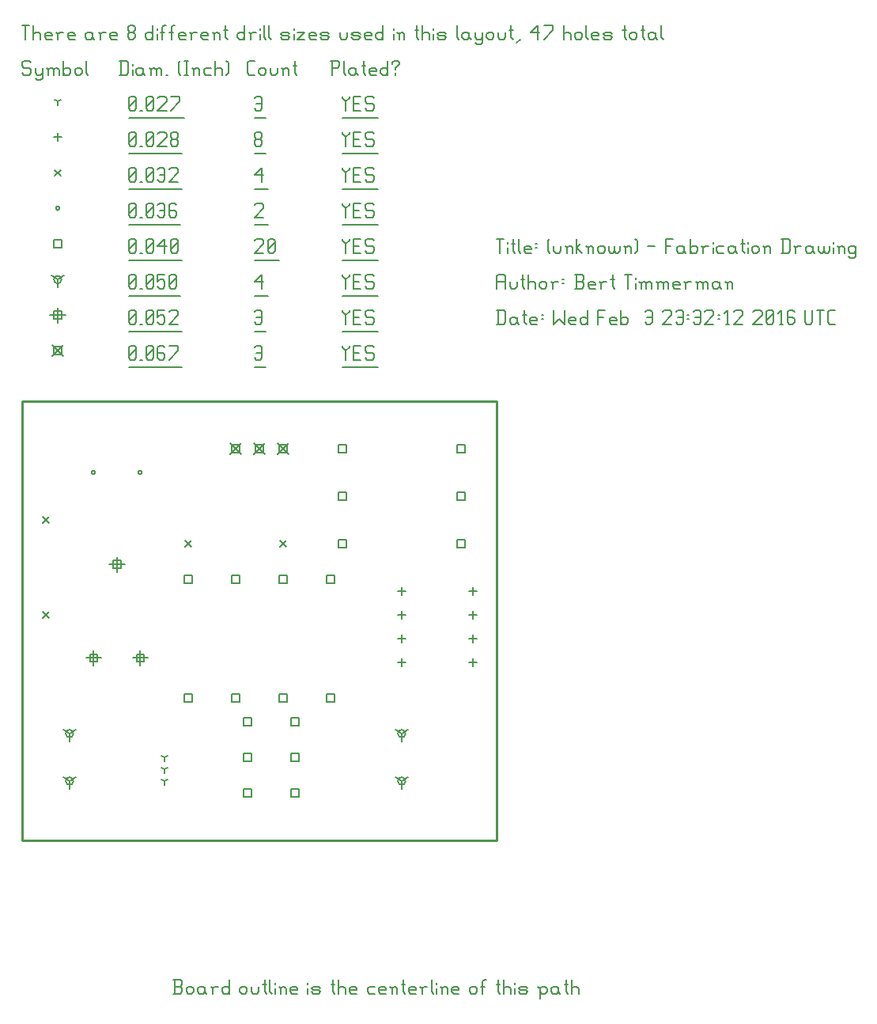
<source format=gbr>
G04 start of page 9 for group -3984 idx -3984 *
G04 Title: (unknown), fab *
G04 Creator: pcb 20100929 *
G04 CreationDate: Wed Feb  3 23:32:12 2016 UTC *
G04 For: bert *
G04 Format: Gerber/RS-274X *
G04 PCB-Dimensions: 300000 250000 *
G04 PCB-Coordinate-Origin: lower left *
%MOIN*%
%FSLAX25Y25*%
%LNFAB*%
%ADD26C,0.0100*%
%ADD33C,0.0080*%
%ADD34C,0.0060*%
G54D33*X87600Y222400D02*X92400Y217600D01*
X87600D02*X92400Y222400D01*
X88400Y221600D02*X91600D01*
X88400D02*Y218400D01*
X91600D01*
Y221600D02*Y218400D01*
X97600Y222400D02*X102400Y217600D01*
X97600D02*X102400Y222400D01*
X98400Y221600D02*X101600D01*
X98400D02*Y218400D01*
X101600D01*
Y221600D02*Y218400D01*
X107600Y222400D02*X112400Y217600D01*
X107600D02*X112400Y222400D01*
X108400Y221600D02*X111600D01*
X108400D02*Y218400D01*
X111600D01*
Y221600D02*Y218400D01*
X12600Y263650D02*X17400Y258850D01*
X12600D02*X17400Y263650D01*
X13400Y262850D02*X16600D01*
X13400D02*Y259650D01*
X16600D01*
Y262850D02*Y259650D01*
G54D34*X135000Y263500D02*Y262750D01*
X136500Y261250D01*
X138000Y262750D01*
Y263500D02*Y262750D01*
X136500Y261250D02*Y257500D01*
X139801Y260500D02*X142051D01*
X139801Y257500D02*X142801D01*
X139801Y263500D02*Y257500D01*
Y263500D02*X142801D01*
X147603D02*X148353Y262750D01*
X145353Y263500D02*X147603D01*
X144603Y262750D02*X145353Y263500D01*
X144603Y262750D02*Y261250D01*
X145353Y260500D01*
X147603D01*
X148353Y259750D01*
Y258250D01*
X147603Y257500D02*X148353Y258250D01*
X145353Y257500D02*X147603D01*
X144603Y258250D02*X145353Y257500D01*
X135000Y254249D02*X150154D01*
X98000Y262750D02*X98750Y263500D01*
X100250D01*
X101000Y262750D01*
Y258250D01*
X100250Y257500D02*X101000Y258250D01*
X98750Y257500D02*X100250D01*
X98000Y258250D02*X98750Y257500D01*
Y260500D02*X101000D01*
X98000Y254249D02*X102801D01*
X45000Y258250D02*X45750Y257500D01*
X45000Y262750D02*Y258250D01*
Y262750D02*X45750Y263500D01*
X47250D01*
X48000Y262750D01*
Y258250D01*
X47250Y257500D02*X48000Y258250D01*
X45750Y257500D02*X47250D01*
X45000Y259000D02*X48000Y262000D01*
X49801Y257500D02*X50551D01*
X52353Y258250D02*X53103Y257500D01*
X52353Y262750D02*Y258250D01*
Y262750D02*X53103Y263500D01*
X54603D01*
X55353Y262750D01*
Y258250D01*
X54603Y257500D02*X55353Y258250D01*
X53103Y257500D02*X54603D01*
X52353Y259000D02*X55353Y262000D01*
X59404Y263500D02*X60154Y262750D01*
X57904Y263500D02*X59404D01*
X57154Y262750D02*X57904Y263500D01*
X57154Y262750D02*Y258250D01*
X57904Y257500D01*
X59404Y260500D02*X60154Y259750D01*
X57154Y260500D02*X59404D01*
X57904Y257500D02*X59404D01*
X60154Y258250D01*
Y259750D02*Y258250D01*
X61956Y257500D02*X65706Y261250D01*
Y263500D02*Y261250D01*
X61956Y263500D02*X65706D01*
X45000Y254249D02*X67507D01*
X30158Y135090D02*Y128690D01*
X26958Y131890D02*X33358D01*
X28558Y133490D02*X31758D01*
X28558D02*Y130290D01*
X31758D01*
Y133490D02*Y130290D01*
X49843Y135090D02*Y128690D01*
X46643Y131890D02*X53043D01*
X48243Y133490D02*X51443D01*
X48243D02*Y130290D01*
X51443D01*
Y133490D02*Y130290D01*
X40000Y174460D02*Y168060D01*
X36800Y171260D02*X43200D01*
X38400Y172860D02*X41600D01*
X38400D02*Y169660D01*
X41600D01*
Y172860D02*Y169660D01*
X15000Y279450D02*Y273050D01*
X11800Y276250D02*X18200D01*
X13400Y277850D02*X16600D01*
X13400D02*Y274650D01*
X16600D01*
Y277850D02*Y274650D01*
X135000Y278500D02*Y277750D01*
X136500Y276250D01*
X138000Y277750D01*
Y278500D02*Y277750D01*
X136500Y276250D02*Y272500D01*
X139801Y275500D02*X142051D01*
X139801Y272500D02*X142801D01*
X139801Y278500D02*Y272500D01*
Y278500D02*X142801D01*
X147603D02*X148353Y277750D01*
X145353Y278500D02*X147603D01*
X144603Y277750D02*X145353Y278500D01*
X144603Y277750D02*Y276250D01*
X145353Y275500D01*
X147603D01*
X148353Y274750D01*
Y273250D01*
X147603Y272500D02*X148353Y273250D01*
X145353Y272500D02*X147603D01*
X144603Y273250D02*X145353Y272500D01*
X135000Y269249D02*X150154D01*
X98000Y277750D02*X98750Y278500D01*
X100250D01*
X101000Y277750D01*
Y273250D01*
X100250Y272500D02*X101000Y273250D01*
X98750Y272500D02*X100250D01*
X98000Y273250D02*X98750Y272500D01*
Y275500D02*X101000D01*
X98000Y269249D02*X102801D01*
X45000Y273250D02*X45750Y272500D01*
X45000Y277750D02*Y273250D01*
Y277750D02*X45750Y278500D01*
X47250D01*
X48000Y277750D01*
Y273250D01*
X47250Y272500D02*X48000Y273250D01*
X45750Y272500D02*X47250D01*
X45000Y274000D02*X48000Y277000D01*
X49801Y272500D02*X50551D01*
X52353Y273250D02*X53103Y272500D01*
X52353Y277750D02*Y273250D01*
Y277750D02*X53103Y278500D01*
X54603D01*
X55353Y277750D01*
Y273250D01*
X54603Y272500D02*X55353Y273250D01*
X53103Y272500D02*X54603D01*
X52353Y274000D02*X55353Y277000D01*
X57154Y278500D02*X60154D01*
X57154D02*Y275500D01*
X57904Y276250D01*
X59404D01*
X60154Y275500D01*
Y273250D01*
X59404Y272500D02*X60154Y273250D01*
X57904Y272500D02*X59404D01*
X57154Y273250D02*X57904Y272500D01*
X61956Y277750D02*X62706Y278500D01*
X64956D01*
X65706Y277750D01*
Y276250D01*
X61956Y272500D02*X65706Y276250D01*
X61956Y272500D02*X65706D01*
X45000Y269249D02*X67507D01*
X160000Y100000D02*Y96800D01*
Y100000D02*X162773Y101600D01*
X160000Y100000D02*X157227Y101600D01*
X158400Y100000D02*G75*G03X161600Y100000I1600J0D01*G01*
G75*G03X158400Y100000I-1600J0D01*G01*
X160000Y80000D02*Y76800D01*
Y80000D02*X162773Y81600D01*
X160000Y80000D02*X157227Y81600D01*
X158400Y80000D02*G75*G03X161600Y80000I1600J0D01*G01*
G75*G03X158400Y80000I-1600J0D01*G01*
X20000D02*Y76800D01*
Y80000D02*X22773Y81600D01*
X20000Y80000D02*X17227Y81600D01*
X18400Y80000D02*G75*G03X21600Y80000I1600J0D01*G01*
G75*G03X18400Y80000I-1600J0D01*G01*
X20000Y100000D02*Y96800D01*
Y100000D02*X22773Y101600D01*
X20000Y100000D02*X17227Y101600D01*
X18400Y100000D02*G75*G03X21600Y100000I1600J0D01*G01*
G75*G03X18400Y100000I-1600J0D01*G01*
X15000Y291250D02*Y288050D01*
Y291250D02*X17773Y292850D01*
X15000Y291250D02*X12227Y292850D01*
X13400Y291250D02*G75*G03X16600Y291250I1600J0D01*G01*
G75*G03X13400Y291250I-1600J0D01*G01*
X135000Y293500D02*Y292750D01*
X136500Y291250D01*
X138000Y292750D01*
Y293500D02*Y292750D01*
X136500Y291250D02*Y287500D01*
X139801Y290500D02*X142051D01*
X139801Y287500D02*X142801D01*
X139801Y293500D02*Y287500D01*
Y293500D02*X142801D01*
X147603D02*X148353Y292750D01*
X145353Y293500D02*X147603D01*
X144603Y292750D02*X145353Y293500D01*
X144603Y292750D02*Y291250D01*
X145353Y290500D01*
X147603D01*
X148353Y289750D01*
Y288250D01*
X147603Y287500D02*X148353Y288250D01*
X145353Y287500D02*X147603D01*
X144603Y288250D02*X145353Y287500D01*
X135000Y284249D02*X150154D01*
X98000Y290500D02*X101000Y293500D01*
X98000Y290500D02*X101750D01*
X101000Y293500D02*Y287500D01*
X98000Y284249D02*X103551D01*
X45000Y288250D02*X45750Y287500D01*
X45000Y292750D02*Y288250D01*
Y292750D02*X45750Y293500D01*
X47250D01*
X48000Y292750D01*
Y288250D01*
X47250Y287500D02*X48000Y288250D01*
X45750Y287500D02*X47250D01*
X45000Y289000D02*X48000Y292000D01*
X49801Y287500D02*X50551D01*
X52353Y288250D02*X53103Y287500D01*
X52353Y292750D02*Y288250D01*
Y292750D02*X53103Y293500D01*
X54603D01*
X55353Y292750D01*
Y288250D01*
X54603Y287500D02*X55353Y288250D01*
X53103Y287500D02*X54603D01*
X52353Y289000D02*X55353Y292000D01*
X57154Y293500D02*X60154D01*
X57154D02*Y290500D01*
X57904Y291250D01*
X59404D01*
X60154Y290500D01*
Y288250D01*
X59404Y287500D02*X60154Y288250D01*
X57904Y287500D02*X59404D01*
X57154Y288250D02*X57904Y287500D01*
X61956Y288250D02*X62706Y287500D01*
X61956Y292750D02*Y288250D01*
Y292750D02*X62706Y293500D01*
X64206D01*
X64956Y292750D01*
Y288250D01*
X64206Y287500D02*X64956Y288250D01*
X62706Y287500D02*X64206D01*
X61956Y289000D02*X64956Y292000D01*
X45000Y284249D02*X66757D01*
X113400Y91600D02*X116600D01*
X113400D02*Y88400D01*
X116600D01*
Y91600D02*Y88400D01*
X113400Y76600D02*X116600D01*
X113400D02*Y73400D01*
X116600D01*
Y76600D02*Y73400D01*
X113400Y106600D02*X116600D01*
X113400D02*Y103400D01*
X116600D01*
Y106600D02*Y103400D01*
X93400Y91600D02*X96600D01*
X93400D02*Y88400D01*
X96600D01*
Y91600D02*Y88400D01*
X93400Y76600D02*X96600D01*
X93400D02*Y73400D01*
X96600D01*
Y76600D02*Y73400D01*
X93400Y106600D02*X96600D01*
X93400D02*Y103400D01*
X96600D01*
Y106600D02*Y103400D01*
X68400Y116600D02*X71600D01*
X68400D02*Y113400D01*
X71600D01*
Y116600D02*Y113400D01*
X68400Y166600D02*X71600D01*
X68400D02*Y163400D01*
X71600D01*
Y166600D02*Y163400D01*
X128400Y116600D02*X131600D01*
X128400D02*Y113400D01*
X131600D01*
Y116600D02*Y113400D01*
X128400Y166600D02*X131600D01*
X128400D02*Y163400D01*
X131600D01*
Y166600D02*Y163400D01*
X88400Y116600D02*X91600D01*
X88400D02*Y113400D01*
X91600D01*
Y116600D02*Y113400D01*
X88400Y166600D02*X91600D01*
X88400D02*Y163400D01*
X91600D01*
Y166600D02*Y163400D01*
X108400Y116600D02*X111600D01*
X108400D02*Y113400D01*
X111600D01*
Y116600D02*Y113400D01*
X108400Y166600D02*X111600D01*
X108400D02*Y163400D01*
X111600D01*
Y166600D02*Y163400D01*
X133400Y221600D02*X136600D01*
X133400D02*Y218400D01*
X136600D01*
Y221600D02*Y218400D01*
X183400Y221600D02*X186600D01*
X183400D02*Y218400D01*
X186600D01*
Y221600D02*Y218400D01*
X133400Y201600D02*X136600D01*
X133400D02*Y198400D01*
X136600D01*
Y201600D02*Y198400D01*
X183400Y201600D02*X186600D01*
X183400D02*Y198400D01*
X186600D01*
Y201600D02*Y198400D01*
X133400Y181600D02*X136600D01*
X133400D02*Y178400D01*
X136600D01*
Y181600D02*Y178400D01*
X183400Y181600D02*X186600D01*
X183400D02*Y178400D01*
X186600D01*
Y181600D02*Y178400D01*
X13400Y307850D02*X16600D01*
X13400D02*Y304650D01*
X16600D01*
Y307850D02*Y304650D01*
X135000Y308500D02*Y307750D01*
X136500Y306250D01*
X138000Y307750D01*
Y308500D02*Y307750D01*
X136500Y306250D02*Y302500D01*
X139801Y305500D02*X142051D01*
X139801Y302500D02*X142801D01*
X139801Y308500D02*Y302500D01*
Y308500D02*X142801D01*
X147603D02*X148353Y307750D01*
X145353Y308500D02*X147603D01*
X144603Y307750D02*X145353Y308500D01*
X144603Y307750D02*Y306250D01*
X145353Y305500D01*
X147603D01*
X148353Y304750D01*
Y303250D01*
X147603Y302500D02*X148353Y303250D01*
X145353Y302500D02*X147603D01*
X144603Y303250D02*X145353Y302500D01*
X135000Y299249D02*X150154D01*
X98000Y307750D02*X98750Y308500D01*
X101000D01*
X101750Y307750D01*
Y306250D01*
X98000Y302500D02*X101750Y306250D01*
X98000Y302500D02*X101750D01*
X103551Y303250D02*X104301Y302500D01*
X103551Y307750D02*Y303250D01*
Y307750D02*X104301Y308500D01*
X105801D01*
X106551Y307750D01*
Y303250D01*
X105801Y302500D02*X106551Y303250D01*
X104301Y302500D02*X105801D01*
X103551Y304000D02*X106551Y307000D01*
X98000Y299249D02*X108353D01*
X45000Y303250D02*X45750Y302500D01*
X45000Y307750D02*Y303250D01*
Y307750D02*X45750Y308500D01*
X47250D01*
X48000Y307750D01*
Y303250D01*
X47250Y302500D02*X48000Y303250D01*
X45750Y302500D02*X47250D01*
X45000Y304000D02*X48000Y307000D01*
X49801Y302500D02*X50551D01*
X52353Y303250D02*X53103Y302500D01*
X52353Y307750D02*Y303250D01*
Y307750D02*X53103Y308500D01*
X54603D01*
X55353Y307750D01*
Y303250D01*
X54603Y302500D02*X55353Y303250D01*
X53103Y302500D02*X54603D01*
X52353Y304000D02*X55353Y307000D01*
X57154Y305500D02*X60154Y308500D01*
X57154Y305500D02*X60904D01*
X60154Y308500D02*Y302500D01*
X62706Y303250D02*X63456Y302500D01*
X62706Y307750D02*Y303250D01*
Y307750D02*X63456Y308500D01*
X64956D01*
X65706Y307750D01*
Y303250D01*
X64956Y302500D02*X65706Y303250D01*
X63456Y302500D02*X64956D01*
X62706Y304000D02*X65706Y307000D01*
X45000Y299249D02*X67507D01*
X29200Y210000D02*G75*G03X30800Y210000I800J0D01*G01*
G75*G03X29200Y210000I-800J0D01*G01*
X48885D02*G75*G03X50485Y210000I800J0D01*G01*
G75*G03X48885Y210000I-800J0D01*G01*
X14200Y321250D02*G75*G03X15800Y321250I800J0D01*G01*
G75*G03X14200Y321250I-800J0D01*G01*
X135000Y323500D02*Y322750D01*
X136500Y321250D01*
X138000Y322750D01*
Y323500D02*Y322750D01*
X136500Y321250D02*Y317500D01*
X139801Y320500D02*X142051D01*
X139801Y317500D02*X142801D01*
X139801Y323500D02*Y317500D01*
Y323500D02*X142801D01*
X147603D02*X148353Y322750D01*
X145353Y323500D02*X147603D01*
X144603Y322750D02*X145353Y323500D01*
X144603Y322750D02*Y321250D01*
X145353Y320500D01*
X147603D01*
X148353Y319750D01*
Y318250D01*
X147603Y317500D02*X148353Y318250D01*
X145353Y317500D02*X147603D01*
X144603Y318250D02*X145353Y317500D01*
X135000Y314249D02*X150154D01*
X98000Y322750D02*X98750Y323500D01*
X101000D01*
X101750Y322750D01*
Y321250D01*
X98000Y317500D02*X101750Y321250D01*
X98000Y317500D02*X101750D01*
X98000Y314249D02*X103551D01*
X45000Y318250D02*X45750Y317500D01*
X45000Y322750D02*Y318250D01*
Y322750D02*X45750Y323500D01*
X47250D01*
X48000Y322750D01*
Y318250D01*
X47250Y317500D02*X48000Y318250D01*
X45750Y317500D02*X47250D01*
X45000Y319000D02*X48000Y322000D01*
X49801Y317500D02*X50551D01*
X52353Y318250D02*X53103Y317500D01*
X52353Y322750D02*Y318250D01*
Y322750D02*X53103Y323500D01*
X54603D01*
X55353Y322750D01*
Y318250D01*
X54603Y317500D02*X55353Y318250D01*
X53103Y317500D02*X54603D01*
X52353Y319000D02*X55353Y322000D01*
X57154Y322750D02*X57904Y323500D01*
X59404D01*
X60154Y322750D01*
Y318250D01*
X59404Y317500D02*X60154Y318250D01*
X57904Y317500D02*X59404D01*
X57154Y318250D02*X57904Y317500D01*
Y320500D02*X60154D01*
X64206Y323500D02*X64956Y322750D01*
X62706Y323500D02*X64206D01*
X61956Y322750D02*X62706Y323500D01*
X61956Y322750D02*Y318250D01*
X62706Y317500D01*
X64206Y320500D02*X64956Y319750D01*
X61956Y320500D02*X64206D01*
X62706Y317500D02*X64206D01*
X64956Y318250D01*
Y319750D02*Y318250D01*
X45000Y314249D02*X66757D01*
X68800Y181200D02*X71200Y178800D01*
X68800D02*X71200Y181200D01*
X108800D02*X111200Y178800D01*
X108800D02*X111200Y181200D01*
X8800Y191200D02*X11200Y188800D01*
X8800D02*X11200Y191200D01*
X8800Y151200D02*X11200Y148800D01*
X8800D02*X11200Y151200D01*
X13800Y337450D02*X16200Y335050D01*
X13800D02*X16200Y337450D01*
X135000Y338500D02*Y337750D01*
X136500Y336250D01*
X138000Y337750D01*
Y338500D02*Y337750D01*
X136500Y336250D02*Y332500D01*
X139801Y335500D02*X142051D01*
X139801Y332500D02*X142801D01*
X139801Y338500D02*Y332500D01*
Y338500D02*X142801D01*
X147603D02*X148353Y337750D01*
X145353Y338500D02*X147603D01*
X144603Y337750D02*X145353Y338500D01*
X144603Y337750D02*Y336250D01*
X145353Y335500D01*
X147603D01*
X148353Y334750D01*
Y333250D01*
X147603Y332500D02*X148353Y333250D01*
X145353Y332500D02*X147603D01*
X144603Y333250D02*X145353Y332500D01*
X135000Y329249D02*X150154D01*
X98000Y335500D02*X101000Y338500D01*
X98000Y335500D02*X101750D01*
X101000Y338500D02*Y332500D01*
X98000Y329249D02*X103551D01*
X45000Y333250D02*X45750Y332500D01*
X45000Y337750D02*Y333250D01*
Y337750D02*X45750Y338500D01*
X47250D01*
X48000Y337750D01*
Y333250D01*
X47250Y332500D02*X48000Y333250D01*
X45750Y332500D02*X47250D01*
X45000Y334000D02*X48000Y337000D01*
X49801Y332500D02*X50551D01*
X52353Y333250D02*X53103Y332500D01*
X52353Y337750D02*Y333250D01*
Y337750D02*X53103Y338500D01*
X54603D01*
X55353Y337750D01*
Y333250D01*
X54603Y332500D02*X55353Y333250D01*
X53103Y332500D02*X54603D01*
X52353Y334000D02*X55353Y337000D01*
X57154Y337750D02*X57904Y338500D01*
X59404D01*
X60154Y337750D01*
Y333250D01*
X59404Y332500D02*X60154Y333250D01*
X57904Y332500D02*X59404D01*
X57154Y333250D02*X57904Y332500D01*
Y335500D02*X60154D01*
X61956Y337750D02*X62706Y338500D01*
X64956D01*
X65706Y337750D01*
Y336250D01*
X61956Y332500D02*X65706Y336250D01*
X61956Y332500D02*X65706D01*
X45000Y329249D02*X67507D01*
X160000Y161600D02*Y158400D01*
X158400Y160000D02*X161600D01*
X160000Y151600D02*Y148400D01*
X158400Y150000D02*X161600D01*
X160000Y141600D02*Y138400D01*
X158400Y140000D02*X161600D01*
X160000Y131600D02*Y128400D01*
X158400Y130000D02*X161600D01*
X190000Y131600D02*Y128400D01*
X188400Y130000D02*X191600D01*
X190000Y141600D02*Y138400D01*
X188400Y140000D02*X191600D01*
X190000Y151600D02*Y148400D01*
X188400Y150000D02*X191600D01*
X190000Y161600D02*Y158400D01*
X188400Y160000D02*X191600D01*
X15000Y352850D02*Y349650D01*
X13400Y351250D02*X16600D01*
X135000Y353500D02*Y352750D01*
X136500Y351250D01*
X138000Y352750D01*
Y353500D02*Y352750D01*
X136500Y351250D02*Y347500D01*
X139801Y350500D02*X142051D01*
X139801Y347500D02*X142801D01*
X139801Y353500D02*Y347500D01*
Y353500D02*X142801D01*
X147603D02*X148353Y352750D01*
X145353Y353500D02*X147603D01*
X144603Y352750D02*X145353Y353500D01*
X144603Y352750D02*Y351250D01*
X145353Y350500D01*
X147603D01*
X148353Y349750D01*
Y348250D01*
X147603Y347500D02*X148353Y348250D01*
X145353Y347500D02*X147603D01*
X144603Y348250D02*X145353Y347500D01*
X135000Y344249D02*X150154D01*
X98000Y348250D02*X98750Y347500D01*
X98000Y349750D02*Y348250D01*
Y349750D02*X98750Y350500D01*
X100250D01*
X101000Y349750D01*
Y348250D01*
X100250Y347500D02*X101000Y348250D01*
X98750Y347500D02*X100250D01*
X98000Y351250D02*X98750Y350500D01*
X98000Y352750D02*Y351250D01*
Y352750D02*X98750Y353500D01*
X100250D01*
X101000Y352750D01*
Y351250D01*
X100250Y350500D02*X101000Y351250D01*
X98000Y344249D02*X102801D01*
X45000Y348250D02*X45750Y347500D01*
X45000Y352750D02*Y348250D01*
Y352750D02*X45750Y353500D01*
X47250D01*
X48000Y352750D01*
Y348250D01*
X47250Y347500D02*X48000Y348250D01*
X45750Y347500D02*X47250D01*
X45000Y349000D02*X48000Y352000D01*
X49801Y347500D02*X50551D01*
X52353Y348250D02*X53103Y347500D01*
X52353Y352750D02*Y348250D01*
Y352750D02*X53103Y353500D01*
X54603D01*
X55353Y352750D01*
Y348250D01*
X54603Y347500D02*X55353Y348250D01*
X53103Y347500D02*X54603D01*
X52353Y349000D02*X55353Y352000D01*
X57154Y352750D02*X57904Y353500D01*
X60154D01*
X60904Y352750D01*
Y351250D01*
X57154Y347500D02*X60904Y351250D01*
X57154Y347500D02*X60904D01*
X62706Y348250D02*X63456Y347500D01*
X62706Y349750D02*Y348250D01*
Y349750D02*X63456Y350500D01*
X64956D01*
X65706Y349750D01*
Y348250D01*
X64956Y347500D02*X65706Y348250D01*
X63456Y347500D02*X64956D01*
X62706Y351250D02*X63456Y350500D01*
X62706Y352750D02*Y351250D01*
Y352750D02*X63456Y353500D01*
X64956D01*
X65706Y352750D01*
Y351250D01*
X64956Y350500D02*X65706Y351250D01*
X45000Y344249D02*X67507D01*
X60000Y80000D02*Y78400D01*
Y80000D02*X61386Y80800D01*
X60000Y80000D02*X58614Y80800D01*
X60000Y85000D02*Y83400D01*
Y85000D02*X61386Y85800D01*
X60000Y85000D02*X58614Y85800D01*
X60000Y90000D02*Y88400D01*
Y90000D02*X61386Y90800D01*
X60000Y90000D02*X58614Y90800D01*
X15000Y366250D02*Y364650D01*
Y366250D02*X16386Y367050D01*
X15000Y366250D02*X13614Y367050D01*
X135000Y368500D02*Y367750D01*
X136500Y366250D01*
X138000Y367750D01*
Y368500D02*Y367750D01*
X136500Y366250D02*Y362500D01*
X139801Y365500D02*X142051D01*
X139801Y362500D02*X142801D01*
X139801Y368500D02*Y362500D01*
Y368500D02*X142801D01*
X147603D02*X148353Y367750D01*
X145353Y368500D02*X147603D01*
X144603Y367750D02*X145353Y368500D01*
X144603Y367750D02*Y366250D01*
X145353Y365500D01*
X147603D01*
X148353Y364750D01*
Y363250D01*
X147603Y362500D02*X148353Y363250D01*
X145353Y362500D02*X147603D01*
X144603Y363250D02*X145353Y362500D01*
X135000Y359249D02*X150154D01*
X98000Y367750D02*X98750Y368500D01*
X100250D01*
X101000Y367750D01*
Y363250D01*
X100250Y362500D02*X101000Y363250D01*
X98750Y362500D02*X100250D01*
X98000Y363250D02*X98750Y362500D01*
Y365500D02*X101000D01*
X98000Y359249D02*X102801D01*
X45000Y363250D02*X45750Y362500D01*
X45000Y367750D02*Y363250D01*
Y367750D02*X45750Y368500D01*
X47250D01*
X48000Y367750D01*
Y363250D01*
X47250Y362500D02*X48000Y363250D01*
X45750Y362500D02*X47250D01*
X45000Y364000D02*X48000Y367000D01*
X49801Y362500D02*X50551D01*
X52353Y363250D02*X53103Y362500D01*
X52353Y367750D02*Y363250D01*
Y367750D02*X53103Y368500D01*
X54603D01*
X55353Y367750D01*
Y363250D01*
X54603Y362500D02*X55353Y363250D01*
X53103Y362500D02*X54603D01*
X52353Y364000D02*X55353Y367000D01*
X57154Y367750D02*X57904Y368500D01*
X60154D01*
X60904Y367750D01*
Y366250D01*
X57154Y362500D02*X60904Y366250D01*
X57154Y362500D02*X60904D01*
X62706D02*X66456Y366250D01*
Y368500D02*Y366250D01*
X62706Y368500D02*X66456D01*
X45000Y359249D02*X68257D01*
X3000Y383500D02*X3750Y382750D01*
X750Y383500D02*X3000D01*
X0Y382750D02*X750Y383500D01*
X0Y382750D02*Y381250D01*
X750Y380500D01*
X3000D01*
X3750Y379750D01*
Y378250D01*
X3000Y377500D02*X3750Y378250D01*
X750Y377500D02*X3000D01*
X0Y378250D02*X750Y377500D01*
X5551Y380500D02*Y378250D01*
X6301Y377500D01*
X8551Y380500D02*Y376000D01*
X7801Y375250D02*X8551Y376000D01*
X6301Y375250D02*X7801D01*
X5551Y376000D02*X6301Y375250D01*
Y377500D02*X7801D01*
X8551Y378250D01*
X11103Y379750D02*Y377500D01*
Y379750D02*X11853Y380500D01*
X12603D01*
X13353Y379750D01*
Y377500D01*
Y379750D02*X14103Y380500D01*
X14853D01*
X15603Y379750D01*
Y377500D01*
X10353Y380500D02*X11103Y379750D01*
X17404Y383500D02*Y377500D01*
Y378250D02*X18154Y377500D01*
X19654D01*
X20404Y378250D01*
Y379750D02*Y378250D01*
X19654Y380500D02*X20404Y379750D01*
X18154Y380500D02*X19654D01*
X17404Y379750D02*X18154Y380500D01*
X22206Y379750D02*Y378250D01*
Y379750D02*X22956Y380500D01*
X24456D01*
X25206Y379750D01*
Y378250D01*
X24456Y377500D02*X25206Y378250D01*
X22956Y377500D02*X24456D01*
X22206Y378250D02*X22956Y377500D01*
X27007Y383500D02*Y378250D01*
X27757Y377500D01*
X41750Y383500D02*Y377500D01*
X44000Y383500D02*X44750Y382750D01*
Y378250D01*
X44000Y377500D02*X44750Y378250D01*
X41000Y377500D02*X44000D01*
X41000Y383500D02*X44000D01*
X46551Y382000D02*Y381250D01*
Y379750D02*Y377500D01*
X50303Y380500D02*X51053Y379750D01*
X48803Y380500D02*X50303D01*
X48053Y379750D02*X48803Y380500D01*
X48053Y379750D02*Y378250D01*
X48803Y377500D01*
X51053Y380500D02*Y378250D01*
X51803Y377500D01*
X48803D02*X50303D01*
X51053Y378250D01*
X54354Y379750D02*Y377500D01*
Y379750D02*X55104Y380500D01*
X55854D01*
X56604Y379750D01*
Y377500D01*
Y379750D02*X57354Y380500D01*
X58104D01*
X58854Y379750D01*
Y377500D01*
X53604Y380500D02*X54354Y379750D01*
X60656Y377500D02*X61406D01*
X65907Y378250D02*X66657Y377500D01*
X65907Y382750D02*X66657Y383500D01*
X65907Y382750D02*Y378250D01*
X68459Y383500D02*X69959D01*
X69209D02*Y377500D01*
X68459D02*X69959D01*
X72510Y379750D02*Y377500D01*
Y379750D02*X73260Y380500D01*
X74010D01*
X74760Y379750D01*
Y377500D01*
X71760Y380500D02*X72510Y379750D01*
X77312Y380500D02*X79562D01*
X76562Y379750D02*X77312Y380500D01*
X76562Y379750D02*Y378250D01*
X77312Y377500D01*
X79562D01*
X81363Y383500D02*Y377500D01*
Y379750D02*X82113Y380500D01*
X83613D01*
X84363Y379750D01*
Y377500D01*
X86165Y383500D02*X86915Y382750D01*
Y378250D01*
X86165Y377500D02*X86915Y378250D01*
X95750Y377500D02*X98000D01*
X95000Y378250D02*X95750Y377500D01*
X95000Y382750D02*Y378250D01*
Y382750D02*X95750Y383500D01*
X98000D01*
X99801Y379750D02*Y378250D01*
Y379750D02*X100551Y380500D01*
X102051D01*
X102801Y379750D01*
Y378250D01*
X102051Y377500D02*X102801Y378250D01*
X100551Y377500D02*X102051D01*
X99801Y378250D02*X100551Y377500D01*
X104603Y380500D02*Y378250D01*
X105353Y377500D01*
X106853D01*
X107603Y378250D01*
Y380500D02*Y378250D01*
X110154Y379750D02*Y377500D01*
Y379750D02*X110904Y380500D01*
X111654D01*
X112404Y379750D01*
Y377500D01*
X109404Y380500D02*X110154Y379750D01*
X114956Y383500D02*Y378250D01*
X115706Y377500D01*
X114206Y381250D02*X115706D01*
X130750Y383500D02*Y377500D01*
X130000Y383500D02*X133000D01*
X133750Y382750D01*
Y381250D01*
X133000Y380500D02*X133750Y381250D01*
X130750Y380500D02*X133000D01*
X135551Y383500D02*Y378250D01*
X136301Y377500D01*
X140053Y380500D02*X140803Y379750D01*
X138553Y380500D02*X140053D01*
X137803Y379750D02*X138553Y380500D01*
X137803Y379750D02*Y378250D01*
X138553Y377500D01*
X140803Y380500D02*Y378250D01*
X141553Y377500D01*
X138553D02*X140053D01*
X140803Y378250D01*
X144104Y383500D02*Y378250D01*
X144854Y377500D01*
X143354Y381250D02*X144854D01*
X147106Y377500D02*X149356D01*
X146356Y378250D02*X147106Y377500D01*
X146356Y379750D02*Y378250D01*
Y379750D02*X147106Y380500D01*
X148606D01*
X149356Y379750D01*
X146356Y379000D02*X149356D01*
Y379750D02*Y379000D01*
X154157Y383500D02*Y377500D01*
X153407D02*X154157Y378250D01*
X151907Y377500D02*X153407D01*
X151157Y378250D02*X151907Y377500D01*
X151157Y379750D02*Y378250D01*
Y379750D02*X151907Y380500D01*
X153407D01*
X154157Y379750D01*
X157459Y380500D02*Y379750D01*
Y378250D02*Y377500D01*
X155959Y382750D02*Y382000D01*
Y382750D02*X156709Y383500D01*
X158209D01*
X158959Y382750D01*
Y382000D01*
X157459Y380500D02*X158959Y382000D01*
X0Y398500D02*X3000D01*
X1500D02*Y392500D01*
X4801Y398500D02*Y392500D01*
Y394750D02*X5551Y395500D01*
X7051D01*
X7801Y394750D01*
Y392500D01*
X10353D02*X12603D01*
X9603Y393250D02*X10353Y392500D01*
X9603Y394750D02*Y393250D01*
Y394750D02*X10353Y395500D01*
X11853D01*
X12603Y394750D01*
X9603Y394000D02*X12603D01*
Y394750D02*Y394000D01*
X15154Y394750D02*Y392500D01*
Y394750D02*X15904Y395500D01*
X17404D01*
X14404D02*X15154Y394750D01*
X19956Y392500D02*X22206D01*
X19206Y393250D02*X19956Y392500D01*
X19206Y394750D02*Y393250D01*
Y394750D02*X19956Y395500D01*
X21456D01*
X22206Y394750D01*
X19206Y394000D02*X22206D01*
Y394750D02*Y394000D01*
X28957Y395500D02*X29707Y394750D01*
X27457Y395500D02*X28957D01*
X26707Y394750D02*X27457Y395500D01*
X26707Y394750D02*Y393250D01*
X27457Y392500D01*
X29707Y395500D02*Y393250D01*
X30457Y392500D01*
X27457D02*X28957D01*
X29707Y393250D01*
X33009Y394750D02*Y392500D01*
Y394750D02*X33759Y395500D01*
X35259D01*
X32259D02*X33009Y394750D01*
X37810Y392500D02*X40060D01*
X37060Y393250D02*X37810Y392500D01*
X37060Y394750D02*Y393250D01*
Y394750D02*X37810Y395500D01*
X39310D01*
X40060Y394750D01*
X37060Y394000D02*X40060D01*
Y394750D02*Y394000D01*
X44562Y393250D02*X45312Y392500D01*
X44562Y394750D02*Y393250D01*
Y394750D02*X45312Y395500D01*
X46812D01*
X47562Y394750D01*
Y393250D01*
X46812Y392500D02*X47562Y393250D01*
X45312Y392500D02*X46812D01*
X44562Y396250D02*X45312Y395500D01*
X44562Y397750D02*Y396250D01*
Y397750D02*X45312Y398500D01*
X46812D01*
X47562Y397750D01*
Y396250D01*
X46812Y395500D02*X47562Y396250D01*
X55063Y398500D02*Y392500D01*
X54313D02*X55063Y393250D01*
X52813Y392500D02*X54313D01*
X52063Y393250D02*X52813Y392500D01*
X52063Y394750D02*Y393250D01*
Y394750D02*X52813Y395500D01*
X54313D01*
X55063Y394750D01*
X56865Y397000D02*Y396250D01*
Y394750D02*Y392500D01*
X59116Y397750D02*Y392500D01*
Y397750D02*X59866Y398500D01*
X60616D01*
X58366Y395500D02*X59866D01*
X62868Y397750D02*Y392500D01*
Y397750D02*X63618Y398500D01*
X64368D01*
X62118Y395500D02*X63618D01*
X66619Y392500D02*X68869D01*
X65869Y393250D02*X66619Y392500D01*
X65869Y394750D02*Y393250D01*
Y394750D02*X66619Y395500D01*
X68119D01*
X68869Y394750D01*
X65869Y394000D02*X68869D01*
Y394750D02*Y394000D01*
X71421Y394750D02*Y392500D01*
Y394750D02*X72171Y395500D01*
X73671D01*
X70671D02*X71421Y394750D01*
X76222Y392500D02*X78472D01*
X75472Y393250D02*X76222Y392500D01*
X75472Y394750D02*Y393250D01*
Y394750D02*X76222Y395500D01*
X77722D01*
X78472Y394750D01*
X75472Y394000D02*X78472D01*
Y394750D02*Y394000D01*
X81024Y394750D02*Y392500D01*
Y394750D02*X81774Y395500D01*
X82524D01*
X83274Y394750D01*
Y392500D01*
X80274Y395500D02*X81024Y394750D01*
X85825Y398500D02*Y393250D01*
X86575Y392500D01*
X85075Y396250D02*X86575D01*
X93777Y398500D02*Y392500D01*
X93027D02*X93777Y393250D01*
X91527Y392500D02*X93027D01*
X90777Y393250D02*X91527Y392500D01*
X90777Y394750D02*Y393250D01*
Y394750D02*X91527Y395500D01*
X93027D01*
X93777Y394750D01*
X96328D02*Y392500D01*
Y394750D02*X97078Y395500D01*
X98578D01*
X95578D02*X96328Y394750D01*
X100380Y397000D02*Y396250D01*
Y394750D02*Y392500D01*
X101881Y398500D02*Y393250D01*
X102631Y392500D01*
X104133Y398500D02*Y393250D01*
X104883Y392500D01*
X109834D02*X112084D01*
X112834Y393250D01*
X112084Y394000D02*X112834Y393250D01*
X109834Y394000D02*X112084D01*
X109084Y394750D02*X109834Y394000D01*
X109084Y394750D02*X109834Y395500D01*
X112084D01*
X112834Y394750D01*
X109084Y393250D02*X109834Y392500D01*
X114636Y397000D02*Y396250D01*
Y394750D02*Y392500D01*
X116137Y395500D02*X119137D01*
X116137Y392500D02*X119137Y395500D01*
X116137Y392500D02*X119137D01*
X121689D02*X123939D01*
X120939Y393250D02*X121689Y392500D01*
X120939Y394750D02*Y393250D01*
Y394750D02*X121689Y395500D01*
X123189D01*
X123939Y394750D01*
X120939Y394000D02*X123939D01*
Y394750D02*Y394000D01*
X126490Y392500D02*X128740D01*
X129490Y393250D01*
X128740Y394000D02*X129490Y393250D01*
X126490Y394000D02*X128740D01*
X125740Y394750D02*X126490Y394000D01*
X125740Y394750D02*X126490Y395500D01*
X128740D01*
X129490Y394750D01*
X125740Y393250D02*X126490Y392500D01*
X133992Y395500D02*Y393250D01*
X134742Y392500D01*
X136242D01*
X136992Y393250D01*
Y395500D02*Y393250D01*
X139543Y392500D02*X141793D01*
X142543Y393250D01*
X141793Y394000D02*X142543Y393250D01*
X139543Y394000D02*X141793D01*
X138793Y394750D02*X139543Y394000D01*
X138793Y394750D02*X139543Y395500D01*
X141793D01*
X142543Y394750D01*
X138793Y393250D02*X139543Y392500D01*
X145095D02*X147345D01*
X144345Y393250D02*X145095Y392500D01*
X144345Y394750D02*Y393250D01*
Y394750D02*X145095Y395500D01*
X146595D01*
X147345Y394750D01*
X144345Y394000D02*X147345D01*
Y394750D02*Y394000D01*
X152146Y398500D02*Y392500D01*
X151396D02*X152146Y393250D01*
X149896Y392500D02*X151396D01*
X149146Y393250D02*X149896Y392500D01*
X149146Y394750D02*Y393250D01*
Y394750D02*X149896Y395500D01*
X151396D01*
X152146Y394750D01*
X156648Y397000D02*Y396250D01*
Y394750D02*Y392500D01*
X158899Y394750D02*Y392500D01*
Y394750D02*X159649Y395500D01*
X160399D01*
X161149Y394750D01*
Y392500D01*
X158149Y395500D02*X158899Y394750D01*
X166401Y398500D02*Y393250D01*
X167151Y392500D01*
X165651Y396250D02*X167151D01*
X168652Y398500D02*Y392500D01*
Y394750D02*X169402Y395500D01*
X170902D01*
X171652Y394750D01*
Y392500D01*
X173454Y397000D02*Y396250D01*
Y394750D02*Y392500D01*
X175705D02*X177955D01*
X178705Y393250D01*
X177955Y394000D02*X178705Y393250D01*
X175705Y394000D02*X177955D01*
X174955Y394750D02*X175705Y394000D01*
X174955Y394750D02*X175705Y395500D01*
X177955D01*
X178705Y394750D01*
X174955Y393250D02*X175705Y392500D01*
X183207Y398500D02*Y393250D01*
X183957Y392500D01*
X187708Y395500D02*X188458Y394750D01*
X186208Y395500D02*X187708D01*
X185458Y394750D02*X186208Y395500D01*
X185458Y394750D02*Y393250D01*
X186208Y392500D01*
X188458Y395500D02*Y393250D01*
X189208Y392500D01*
X186208D02*X187708D01*
X188458Y393250D01*
X191010Y395500D02*Y393250D01*
X191760Y392500D01*
X194010Y395500D02*Y391000D01*
X193260Y390250D02*X194010Y391000D01*
X191760Y390250D02*X193260D01*
X191010Y391000D02*X191760Y390250D01*
Y392500D02*X193260D01*
X194010Y393250D01*
X195811Y394750D02*Y393250D01*
Y394750D02*X196561Y395500D01*
X198061D01*
X198811Y394750D01*
Y393250D01*
X198061Y392500D02*X198811Y393250D01*
X196561Y392500D02*X198061D01*
X195811Y393250D02*X196561Y392500D01*
X200613Y395500D02*Y393250D01*
X201363Y392500D01*
X202863D01*
X203613Y393250D01*
Y395500D02*Y393250D01*
X206164Y398500D02*Y393250D01*
X206914Y392500D01*
X205414Y396250D02*X206914D01*
X208416Y391000D02*X209916Y392500D01*
X214417Y395500D02*X217417Y398500D01*
X214417Y395500D02*X218167D01*
X217417Y398500D02*Y392500D01*
X219969D02*X223719Y396250D01*
Y398500D02*Y396250D01*
X219969Y398500D02*X223719D01*
X228220D02*Y392500D01*
Y394750D02*X228970Y395500D01*
X230470D01*
X231220Y394750D01*
Y392500D01*
X233022Y394750D02*Y393250D01*
Y394750D02*X233772Y395500D01*
X235272D01*
X236022Y394750D01*
Y393250D01*
X235272Y392500D02*X236022Y393250D01*
X233772Y392500D02*X235272D01*
X233022Y393250D02*X233772Y392500D01*
X237823Y398500D02*Y393250D01*
X238573Y392500D01*
X240825D02*X243075D01*
X240075Y393250D02*X240825Y392500D01*
X240075Y394750D02*Y393250D01*
Y394750D02*X240825Y395500D01*
X242325D01*
X243075Y394750D01*
X240075Y394000D02*X243075D01*
Y394750D02*Y394000D01*
X245626Y392500D02*X247876D01*
X248626Y393250D01*
X247876Y394000D02*X248626Y393250D01*
X245626Y394000D02*X247876D01*
X244876Y394750D02*X245626Y394000D01*
X244876Y394750D02*X245626Y395500D01*
X247876D01*
X248626Y394750D01*
X244876Y393250D02*X245626Y392500D01*
X253878Y398500D02*Y393250D01*
X254628Y392500D01*
X253128Y396250D02*X254628D01*
X256129Y394750D02*Y393250D01*
Y394750D02*X256879Y395500D01*
X258379D01*
X259129Y394750D01*
Y393250D01*
X258379Y392500D02*X259129Y393250D01*
X256879Y392500D02*X258379D01*
X256129Y393250D02*X256879Y392500D01*
X261681Y398500D02*Y393250D01*
X262431Y392500D01*
X260931Y396250D02*X262431D01*
X266182Y395500D02*X266932Y394750D01*
X264682Y395500D02*X266182D01*
X263932Y394750D02*X264682Y395500D01*
X263932Y394750D02*Y393250D01*
X264682Y392500D01*
X266932Y395500D02*Y393250D01*
X267682Y392500D01*
X264682D02*X266182D01*
X266932Y393250D01*
X269484Y398500D02*Y393250D01*
X270234Y392500D01*
G54D26*X200000Y55000D02*X0D01*
X200000Y240000D02*Y55000D01*
X0Y240000D02*X200000D01*
X0Y55000D02*Y240000D01*
G54D34*X63648Y-9500D02*X66648D01*
X67398Y-8750D01*
Y-7250D02*Y-8750D01*
X66648Y-6500D02*X67398Y-7250D01*
X64398Y-6500D02*X66648D01*
X64398Y-3500D02*Y-9500D01*
X63648Y-3500D02*X66648D01*
X67398Y-4250D01*
Y-5750D01*
X66648Y-6500D02*X67398Y-5750D01*
X69199Y-7250D02*Y-8750D01*
Y-7250D02*X69949Y-6500D01*
X71449D01*
X72199Y-7250D01*
Y-8750D01*
X71449Y-9500D02*X72199Y-8750D01*
X69949Y-9500D02*X71449D01*
X69199Y-8750D02*X69949Y-9500D01*
X76251Y-6500D02*X77001Y-7250D01*
X74751Y-6500D02*X76251D01*
X74001Y-7250D02*X74751Y-6500D01*
X74001Y-7250D02*Y-8750D01*
X74751Y-9500D01*
X77001Y-6500D02*Y-8750D01*
X77751Y-9500D01*
X74751D02*X76251D01*
X77001Y-8750D01*
X80302Y-7250D02*Y-9500D01*
Y-7250D02*X81052Y-6500D01*
X82552D01*
X79552D02*X80302Y-7250D01*
X87354Y-3500D02*Y-9500D01*
X86604D02*X87354Y-8750D01*
X85104Y-9500D02*X86604D01*
X84354Y-8750D02*X85104Y-9500D01*
X84354Y-7250D02*Y-8750D01*
Y-7250D02*X85104Y-6500D01*
X86604D01*
X87354Y-7250D01*
X91855D02*Y-8750D01*
Y-7250D02*X92605Y-6500D01*
X94105D01*
X94855Y-7250D01*
Y-8750D01*
X94105Y-9500D02*X94855Y-8750D01*
X92605Y-9500D02*X94105D01*
X91855Y-8750D02*X92605Y-9500D01*
X96657Y-6500D02*Y-8750D01*
X97407Y-9500D01*
X98907D01*
X99657Y-8750D01*
Y-6500D02*Y-8750D01*
X102208Y-3500D02*Y-8750D01*
X102958Y-9500D01*
X101458Y-5750D02*X102958D01*
X104460Y-3500D02*Y-8750D01*
X105210Y-9500D01*
X106711Y-5000D02*Y-5750D01*
Y-7250D02*Y-9500D01*
X108963Y-7250D02*Y-9500D01*
Y-7250D02*X109713Y-6500D01*
X110463D01*
X111213Y-7250D01*
Y-9500D01*
X108213Y-6500D02*X108963Y-7250D01*
X113764Y-9500D02*X116014D01*
X113014Y-8750D02*X113764Y-9500D01*
X113014Y-7250D02*Y-8750D01*
Y-7250D02*X113764Y-6500D01*
X115264D01*
X116014Y-7250D01*
X113014Y-8000D02*X116014D01*
Y-7250D02*Y-8000D01*
X120516Y-5000D02*Y-5750D01*
Y-7250D02*Y-9500D01*
X122767D02*X125017D01*
X125767Y-8750D01*
X125017Y-8000D02*X125767Y-8750D01*
X122767Y-8000D02*X125017D01*
X122017Y-7250D02*X122767Y-8000D01*
X122017Y-7250D02*X122767Y-6500D01*
X125017D01*
X125767Y-7250D01*
X122017Y-8750D02*X122767Y-9500D01*
X131019Y-3500D02*Y-8750D01*
X131769Y-9500D01*
X130269Y-5750D02*X131769D01*
X133270Y-3500D02*Y-9500D01*
Y-7250D02*X134020Y-6500D01*
X135520D01*
X136270Y-7250D01*
Y-9500D01*
X138822D02*X141072D01*
X138072Y-8750D02*X138822Y-9500D01*
X138072Y-7250D02*Y-8750D01*
Y-7250D02*X138822Y-6500D01*
X140322D01*
X141072Y-7250D01*
X138072Y-8000D02*X141072D01*
Y-7250D02*Y-8000D01*
X146323Y-6500D02*X148573D01*
X145573Y-7250D02*X146323Y-6500D01*
X145573Y-7250D02*Y-8750D01*
X146323Y-9500D01*
X148573D01*
X151125D02*X153375D01*
X150375Y-8750D02*X151125Y-9500D01*
X150375Y-7250D02*Y-8750D01*
Y-7250D02*X151125Y-6500D01*
X152625D01*
X153375Y-7250D01*
X150375Y-8000D02*X153375D01*
Y-7250D02*Y-8000D01*
X155926Y-7250D02*Y-9500D01*
Y-7250D02*X156676Y-6500D01*
X157426D01*
X158176Y-7250D01*
Y-9500D01*
X155176Y-6500D02*X155926Y-7250D01*
X160728Y-3500D02*Y-8750D01*
X161478Y-9500D01*
X159978Y-5750D02*X161478D01*
X163729Y-9500D02*X165979D01*
X162979Y-8750D02*X163729Y-9500D01*
X162979Y-7250D02*Y-8750D01*
Y-7250D02*X163729Y-6500D01*
X165229D01*
X165979Y-7250D01*
X162979Y-8000D02*X165979D01*
Y-7250D02*Y-8000D01*
X168531Y-7250D02*Y-9500D01*
Y-7250D02*X169281Y-6500D01*
X170781D01*
X167781D02*X168531Y-7250D01*
X172582Y-3500D02*Y-8750D01*
X173332Y-9500D01*
X174834Y-5000D02*Y-5750D01*
Y-7250D02*Y-9500D01*
X177085Y-7250D02*Y-9500D01*
Y-7250D02*X177835Y-6500D01*
X178585D01*
X179335Y-7250D01*
Y-9500D01*
X176335Y-6500D02*X177085Y-7250D01*
X181887Y-9500D02*X184137D01*
X181137Y-8750D02*X181887Y-9500D01*
X181137Y-7250D02*Y-8750D01*
Y-7250D02*X181887Y-6500D01*
X183387D01*
X184137Y-7250D01*
X181137Y-8000D02*X184137D01*
Y-7250D02*Y-8000D01*
X188638Y-7250D02*Y-8750D01*
Y-7250D02*X189388Y-6500D01*
X190888D01*
X191638Y-7250D01*
Y-8750D01*
X190888Y-9500D02*X191638Y-8750D01*
X189388Y-9500D02*X190888D01*
X188638Y-8750D02*X189388Y-9500D01*
X194190Y-4250D02*Y-9500D01*
Y-4250D02*X194940Y-3500D01*
X195690D01*
X193440Y-6500D02*X194940D01*
X200641Y-3500D02*Y-8750D01*
X201391Y-9500D01*
X199891Y-5750D02*X201391D01*
X202893Y-3500D02*Y-9500D01*
Y-7250D02*X203643Y-6500D01*
X205143D01*
X205893Y-7250D01*
Y-9500D01*
X207694Y-5000D02*Y-5750D01*
Y-7250D02*Y-9500D01*
X209946D02*X212196D01*
X212946Y-8750D01*
X212196Y-8000D02*X212946Y-8750D01*
X209946Y-8000D02*X212196D01*
X209196Y-7250D02*X209946Y-8000D01*
X209196Y-7250D02*X209946Y-6500D01*
X212196D01*
X212946Y-7250D01*
X209196Y-8750D02*X209946Y-9500D01*
X218197Y-7250D02*Y-11750D01*
X217447Y-6500D02*X218197Y-7250D01*
X218947Y-6500D01*
X220447D01*
X221197Y-7250D01*
Y-8750D01*
X220447Y-9500D02*X221197Y-8750D01*
X218947Y-9500D02*X220447D01*
X218197Y-8750D02*X218947Y-9500D01*
X225249Y-6500D02*X225999Y-7250D01*
X223749Y-6500D02*X225249D01*
X222999Y-7250D02*X223749Y-6500D01*
X222999Y-7250D02*Y-8750D01*
X223749Y-9500D01*
X225999Y-6500D02*Y-8750D01*
X226749Y-9500D01*
X223749D02*X225249D01*
X225999Y-8750D01*
X229300Y-3500D02*Y-8750D01*
X230050Y-9500D01*
X228550Y-5750D02*X230050D01*
X231552Y-3500D02*Y-9500D01*
Y-7250D02*X232302Y-6500D01*
X233802D01*
X234552Y-7250D01*
Y-9500D01*
X200750Y278500D02*Y272500D01*
X203000Y278500D02*X203750Y277750D01*
Y273250D01*
X203000Y272500D02*X203750Y273250D01*
X200000Y272500D02*X203000D01*
X200000Y278500D02*X203000D01*
X207801Y275500D02*X208551Y274750D01*
X206301Y275500D02*X207801D01*
X205551Y274750D02*X206301Y275500D01*
X205551Y274750D02*Y273250D01*
X206301Y272500D01*
X208551Y275500D02*Y273250D01*
X209301Y272500D01*
X206301D02*X207801D01*
X208551Y273250D01*
X211853Y278500D02*Y273250D01*
X212603Y272500D01*
X211103Y276250D02*X212603D01*
X214854Y272500D02*X217104D01*
X214104Y273250D02*X214854Y272500D01*
X214104Y274750D02*Y273250D01*
Y274750D02*X214854Y275500D01*
X216354D01*
X217104Y274750D01*
X214104Y274000D02*X217104D01*
Y274750D02*Y274000D01*
X218906Y276250D02*X219656D01*
X218906Y274750D02*X219656D01*
X224157Y278500D02*Y272500D01*
X226407Y274750D01*
X228657Y272500D01*
Y278500D02*Y272500D01*
X231209D02*X233459D01*
X230459Y273250D02*X231209Y272500D01*
X230459Y274750D02*Y273250D01*
Y274750D02*X231209Y275500D01*
X232709D01*
X233459Y274750D01*
X230459Y274000D02*X233459D01*
Y274750D02*Y274000D01*
X238260Y278500D02*Y272500D01*
X237510D02*X238260Y273250D01*
X236010Y272500D02*X237510D01*
X235260Y273250D02*X236010Y272500D01*
X235260Y274750D02*Y273250D01*
Y274750D02*X236010Y275500D01*
X237510D01*
X238260Y274750D01*
X242762Y278500D02*Y272500D01*
Y278500D02*X245762D01*
X242762Y275500D02*X245012D01*
X248313Y272500D02*X250563D01*
X247563Y273250D02*X248313Y272500D01*
X247563Y274750D02*Y273250D01*
Y274750D02*X248313Y275500D01*
X249813D01*
X250563Y274750D01*
X247563Y274000D02*X250563D01*
Y274750D02*Y274000D01*
X252365Y278500D02*Y272500D01*
Y273250D02*X253115Y272500D01*
X254615D01*
X255365Y273250D01*
Y274750D02*Y273250D01*
X254615Y275500D02*X255365Y274750D01*
X253115Y275500D02*X254615D01*
X252365Y274750D02*X253115Y275500D01*
X262566Y277750D02*X263316Y278500D01*
X264816D01*
X265566Y277750D01*
Y273250D01*
X264816Y272500D02*X265566Y273250D01*
X263316Y272500D02*X264816D01*
X262566Y273250D02*X263316Y272500D01*
Y275500D02*X265566D01*
X270068Y277750D02*X270818Y278500D01*
X273068D01*
X273818Y277750D01*
Y276250D01*
X270068Y272500D02*X273818Y276250D01*
X270068Y272500D02*X273818D01*
X275619Y277750D02*X276369Y278500D01*
X277869D01*
X278619Y277750D01*
Y273250D01*
X277869Y272500D02*X278619Y273250D01*
X276369Y272500D02*X277869D01*
X275619Y273250D02*X276369Y272500D01*
Y275500D02*X278619D01*
X280421Y276250D02*X281171D01*
X280421Y274750D02*X281171D01*
X282972Y277750D02*X283722Y278500D01*
X285222D01*
X285972Y277750D01*
Y273250D01*
X285222Y272500D02*X285972Y273250D01*
X283722Y272500D02*X285222D01*
X282972Y273250D02*X283722Y272500D01*
Y275500D02*X285972D01*
X287774Y277750D02*X288524Y278500D01*
X290774D01*
X291524Y277750D01*
Y276250D01*
X287774Y272500D02*X291524Y276250D01*
X287774Y272500D02*X291524D01*
X293325Y276250D02*X294075D01*
X293325Y274750D02*X294075D01*
X296627Y272500D02*X298127D01*
X297377Y278500D02*Y272500D01*
X295877Y277000D02*X297377Y278500D01*
X299928Y277750D02*X300678Y278500D01*
X302928D01*
X303678Y277750D01*
Y276250D01*
X299928Y272500D02*X303678Y276250D01*
X299928Y272500D02*X303678D01*
X308180Y277750D02*X308930Y278500D01*
X311180D01*
X311930Y277750D01*
Y276250D01*
X308180Y272500D02*X311930Y276250D01*
X308180Y272500D02*X311930D01*
X313731Y273250D02*X314481Y272500D01*
X313731Y277750D02*Y273250D01*
Y277750D02*X314481Y278500D01*
X315981D01*
X316731Y277750D01*
Y273250D01*
X315981Y272500D02*X316731Y273250D01*
X314481Y272500D02*X315981D01*
X313731Y274000D02*X316731Y277000D01*
X319283Y272500D02*X320783D01*
X320033Y278500D02*Y272500D01*
X318533Y277000D02*X320033Y278500D01*
X324834D02*X325584Y277750D01*
X323334Y278500D02*X324834D01*
X322584Y277750D02*X323334Y278500D01*
X322584Y277750D02*Y273250D01*
X323334Y272500D01*
X324834Y275500D02*X325584Y274750D01*
X322584Y275500D02*X324834D01*
X323334Y272500D02*X324834D01*
X325584Y273250D01*
Y274750D02*Y273250D01*
X330086Y278500D02*Y273250D01*
X330836Y272500D01*
X332336D01*
X333086Y273250D01*
Y278500D02*Y273250D01*
X334887Y278500D02*X337887D01*
X336387D02*Y272500D01*
X340439D02*X342689D01*
X339689Y273250D02*X340439Y272500D01*
X339689Y277750D02*Y273250D01*
Y277750D02*X340439Y278500D01*
X342689D01*
X200000Y292750D02*Y287500D01*
Y292750D02*X200750Y293500D01*
X203000D01*
X203750Y292750D01*
Y287500D01*
X200000Y290500D02*X203750D01*
X205551D02*Y288250D01*
X206301Y287500D01*
X207801D01*
X208551Y288250D01*
Y290500D02*Y288250D01*
X211103Y293500D02*Y288250D01*
X211853Y287500D01*
X210353Y291250D02*X211853D01*
X213354Y293500D02*Y287500D01*
Y289750D02*X214104Y290500D01*
X215604D01*
X216354Y289750D01*
Y287500D01*
X218156Y289750D02*Y288250D01*
Y289750D02*X218906Y290500D01*
X220406D01*
X221156Y289750D01*
Y288250D01*
X220406Y287500D02*X221156Y288250D01*
X218906Y287500D02*X220406D01*
X218156Y288250D02*X218906Y287500D01*
X223707Y289750D02*Y287500D01*
Y289750D02*X224457Y290500D01*
X225957D01*
X222957D02*X223707Y289750D01*
X227759Y291250D02*X228509D01*
X227759Y289750D02*X228509D01*
X233010Y287500D02*X236010D01*
X236760Y288250D01*
Y289750D02*Y288250D01*
X236010Y290500D02*X236760Y289750D01*
X233760Y290500D02*X236010D01*
X233760Y293500D02*Y287500D01*
X233010Y293500D02*X236010D01*
X236760Y292750D01*
Y291250D01*
X236010Y290500D02*X236760Y291250D01*
X239312Y287500D02*X241562D01*
X238562Y288250D02*X239312Y287500D01*
X238562Y289750D02*Y288250D01*
Y289750D02*X239312Y290500D01*
X240812D01*
X241562Y289750D01*
X238562Y289000D02*X241562D01*
Y289750D02*Y289000D01*
X244113Y289750D02*Y287500D01*
Y289750D02*X244863Y290500D01*
X246363D01*
X243363D02*X244113Y289750D01*
X248915Y293500D02*Y288250D01*
X249665Y287500D01*
X248165Y291250D02*X249665D01*
X253866Y293500D02*X256866D01*
X255366D02*Y287500D01*
X258668Y292000D02*Y291250D01*
Y289750D02*Y287500D01*
X260919Y289750D02*Y287500D01*
Y289750D02*X261669Y290500D01*
X262419D01*
X263169Y289750D01*
Y287500D01*
Y289750D02*X263919Y290500D01*
X264669D01*
X265419Y289750D01*
Y287500D01*
X260169Y290500D02*X260919Y289750D01*
X267971D02*Y287500D01*
Y289750D02*X268721Y290500D01*
X269471D01*
X270221Y289750D01*
Y287500D01*
Y289750D02*X270971Y290500D01*
X271721D01*
X272471Y289750D01*
Y287500D01*
X267221Y290500D02*X267971Y289750D01*
X275022Y287500D02*X277272D01*
X274272Y288250D02*X275022Y287500D01*
X274272Y289750D02*Y288250D01*
Y289750D02*X275022Y290500D01*
X276522D01*
X277272Y289750D01*
X274272Y289000D02*X277272D01*
Y289750D02*Y289000D01*
X279824Y289750D02*Y287500D01*
Y289750D02*X280574Y290500D01*
X282074D01*
X279074D02*X279824Y289750D01*
X284625D02*Y287500D01*
Y289750D02*X285375Y290500D01*
X286125D01*
X286875Y289750D01*
Y287500D01*
Y289750D02*X287625Y290500D01*
X288375D01*
X289125Y289750D01*
Y287500D01*
X283875Y290500D02*X284625Y289750D01*
X293177Y290500D02*X293927Y289750D01*
X291677Y290500D02*X293177D01*
X290927Y289750D02*X291677Y290500D01*
X290927Y289750D02*Y288250D01*
X291677Y287500D01*
X293927Y290500D02*Y288250D01*
X294677Y287500D01*
X291677D02*X293177D01*
X293927Y288250D01*
X297228Y289750D02*Y287500D01*
Y289750D02*X297978Y290500D01*
X298728D01*
X299478Y289750D01*
Y287500D01*
X296478Y290500D02*X297228Y289750D01*
X200000Y308500D02*X203000D01*
X201500D02*Y302500D01*
X204801Y307000D02*Y306250D01*
Y304750D02*Y302500D01*
X207053Y308500D02*Y303250D01*
X207803Y302500D01*
X206303Y306250D02*X207803D01*
X209304Y308500D02*Y303250D01*
X210054Y302500D01*
X212306D02*X214556D01*
X211556Y303250D02*X212306Y302500D01*
X211556Y304750D02*Y303250D01*
Y304750D02*X212306Y305500D01*
X213806D01*
X214556Y304750D01*
X211556Y304000D02*X214556D01*
Y304750D02*Y304000D01*
X216357Y306250D02*X217107D01*
X216357Y304750D02*X217107D01*
X221609Y303250D02*X222359Y302500D01*
X221609Y307750D02*X222359Y308500D01*
X221609Y307750D02*Y303250D01*
X224160Y305500D02*Y303250D01*
X224910Y302500D01*
X226410D01*
X227160Y303250D01*
Y305500D02*Y303250D01*
X229712Y304750D02*Y302500D01*
Y304750D02*X230462Y305500D01*
X231212D01*
X231962Y304750D01*
Y302500D01*
X228962Y305500D02*X229712Y304750D01*
X233763Y308500D02*Y302500D01*
Y304750D02*X236013Y302500D01*
X233763Y304750D02*X235263Y306250D01*
X238565Y304750D02*Y302500D01*
Y304750D02*X239315Y305500D01*
X240065D01*
X240815Y304750D01*
Y302500D01*
X237815Y305500D02*X238565Y304750D01*
X242616D02*Y303250D01*
Y304750D02*X243366Y305500D01*
X244866D01*
X245616Y304750D01*
Y303250D01*
X244866Y302500D02*X245616Y303250D01*
X243366Y302500D02*X244866D01*
X242616Y303250D02*X243366Y302500D01*
X247418Y305500D02*Y303250D01*
X248168Y302500D01*
X248918D01*
X249668Y303250D01*
Y305500D02*Y303250D01*
X250418Y302500D01*
X251168D01*
X251918Y303250D01*
Y305500D02*Y303250D01*
X254469Y304750D02*Y302500D01*
Y304750D02*X255219Y305500D01*
X255969D01*
X256719Y304750D01*
Y302500D01*
X253719Y305500D02*X254469Y304750D01*
X258521Y308500D02*X259271Y307750D01*
Y303250D01*
X258521Y302500D02*X259271Y303250D01*
X263772Y305500D02*X266772D01*
X271274Y308500D02*Y302500D01*
Y308500D02*X274274D01*
X271274Y305500D02*X273524D01*
X278325D02*X279075Y304750D01*
X276825Y305500D02*X278325D01*
X276075Y304750D02*X276825Y305500D01*
X276075Y304750D02*Y303250D01*
X276825Y302500D01*
X279075Y305500D02*Y303250D01*
X279825Y302500D01*
X276825D02*X278325D01*
X279075Y303250D01*
X281627Y308500D02*Y302500D01*
Y303250D02*X282377Y302500D01*
X283877D01*
X284627Y303250D01*
Y304750D02*Y303250D01*
X283877Y305500D02*X284627Y304750D01*
X282377Y305500D02*X283877D01*
X281627Y304750D02*X282377Y305500D01*
X287178Y304750D02*Y302500D01*
Y304750D02*X287928Y305500D01*
X289428D01*
X286428D02*X287178Y304750D01*
X291230Y307000D02*Y306250D01*
Y304750D02*Y302500D01*
X293481Y305500D02*X295731D01*
X292731Y304750D02*X293481Y305500D01*
X292731Y304750D02*Y303250D01*
X293481Y302500D01*
X295731D01*
X299783Y305500D02*X300533Y304750D01*
X298283Y305500D02*X299783D01*
X297533Y304750D02*X298283Y305500D01*
X297533Y304750D02*Y303250D01*
X298283Y302500D01*
X300533Y305500D02*Y303250D01*
X301283Y302500D01*
X298283D02*X299783D01*
X300533Y303250D01*
X303834Y308500D02*Y303250D01*
X304584Y302500D01*
X303084Y306250D02*X304584D01*
X306086Y307000D02*Y306250D01*
Y304750D02*Y302500D01*
X307587Y304750D02*Y303250D01*
Y304750D02*X308337Y305500D01*
X309837D01*
X310587Y304750D01*
Y303250D01*
X309837Y302500D02*X310587Y303250D01*
X308337Y302500D02*X309837D01*
X307587Y303250D02*X308337Y302500D01*
X313139Y304750D02*Y302500D01*
Y304750D02*X313889Y305500D01*
X314639D01*
X315389Y304750D01*
Y302500D01*
X312389Y305500D02*X313139Y304750D01*
X320640Y308500D02*Y302500D01*
X322890Y308500D02*X323640Y307750D01*
Y303250D01*
X322890Y302500D02*X323640Y303250D01*
X319890Y302500D02*X322890D01*
X319890Y308500D02*X322890D01*
X326192Y304750D02*Y302500D01*
Y304750D02*X326942Y305500D01*
X328442D01*
X325442D02*X326192Y304750D01*
X332493Y305500D02*X333243Y304750D01*
X330993Y305500D02*X332493D01*
X330243Y304750D02*X330993Y305500D01*
X330243Y304750D02*Y303250D01*
X330993Y302500D01*
X333243Y305500D02*Y303250D01*
X333993Y302500D01*
X330993D02*X332493D01*
X333243Y303250D01*
X335795Y305500D02*Y303250D01*
X336545Y302500D01*
X337295D01*
X338045Y303250D01*
Y305500D02*Y303250D01*
X338795Y302500D01*
X339545D01*
X340295Y303250D01*
Y305500D02*Y303250D01*
X342096Y307000D02*Y306250D01*
Y304750D02*Y302500D01*
X344348Y304750D02*Y302500D01*
Y304750D02*X345098Y305500D01*
X345848D01*
X346598Y304750D01*
Y302500D01*
X343598Y305500D02*X344348Y304750D01*
X350649Y305500D02*X351399Y304750D01*
X349149Y305500D02*X350649D01*
X348399Y304750D02*X349149Y305500D01*
X348399Y304750D02*Y303250D01*
X349149Y302500D01*
X350649D01*
X351399Y303250D01*
X348399Y301000D02*X349149Y300250D01*
X350649D01*
X351399Y301000D01*
Y305500D02*Y301000D01*
M02*

</source>
